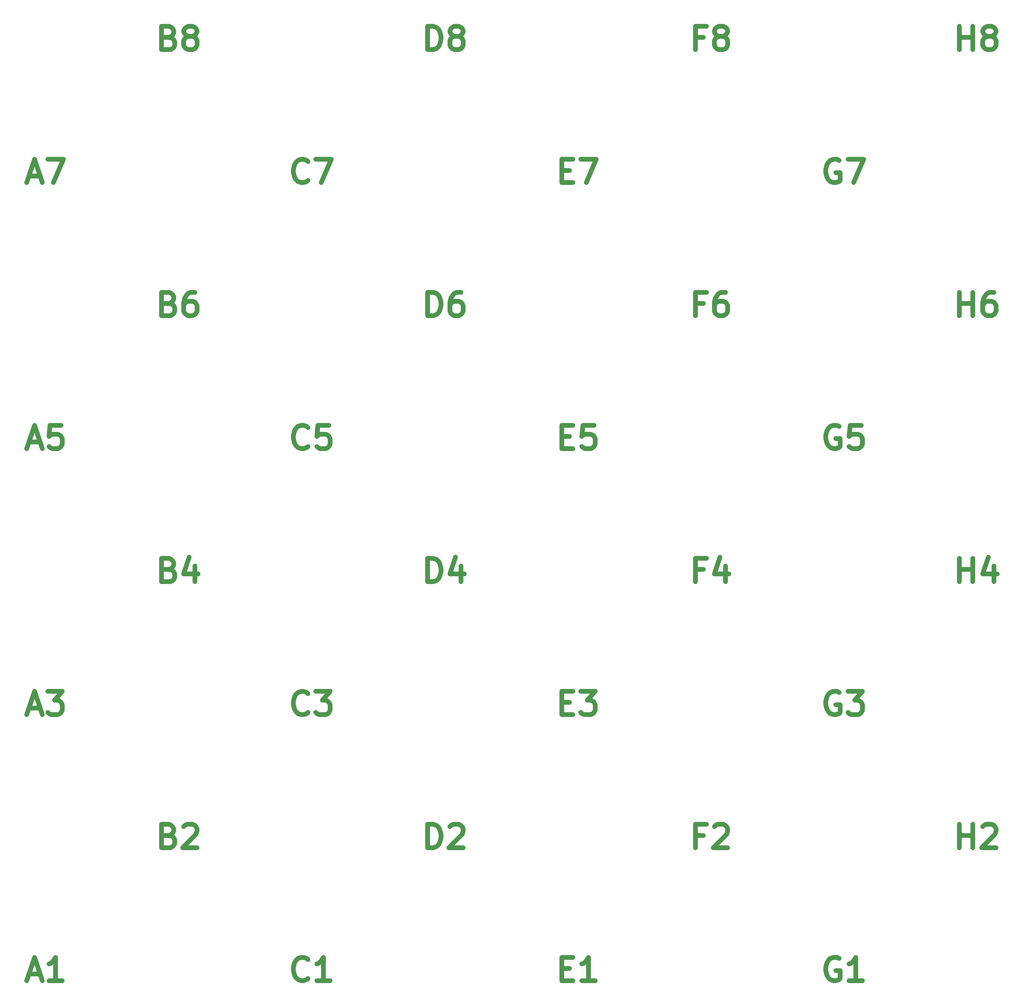
<source format=gbr>
%TF.GenerationSoftware,KiCad,Pcbnew,9.0.4*%
%TF.CreationDate,2025-09-19T10:35:46-04:00*%
%TF.ProjectId,tf_chess,74665f63-6865-4737-932e-6b696361645f,rev?*%
%TF.SameCoordinates,Original*%
%TF.FileFunction,Legend,Top*%
%TF.FilePolarity,Positive*%
%FSLAX46Y46*%
G04 Gerber Fmt 4.6, Leading zero omitted, Abs format (unit mm)*
G04 Created by KiCad (PCBNEW 9.0.4) date 2025-09-19 10:35:46*
%MOMM*%
%LPD*%
G01*
G04 APERTURE LIST*
%ADD10C,2.000000*%
G04 APERTURE END LIST*
D10*
X126119047Y-176522190D02*
X126119047Y-166522190D01*
X126119047Y-166522190D02*
X128499999Y-166522190D01*
X128499999Y-166522190D02*
X129928571Y-166998380D01*
X129928571Y-166998380D02*
X130880952Y-167950761D01*
X130880952Y-167950761D02*
X131357142Y-168903142D01*
X131357142Y-168903142D02*
X131833333Y-170807904D01*
X131833333Y-170807904D02*
X131833333Y-172236476D01*
X131833333Y-172236476D02*
X131357142Y-174141238D01*
X131357142Y-174141238D02*
X130880952Y-175093619D01*
X130880952Y-175093619D02*
X129928571Y-176046000D01*
X129928571Y-176046000D02*
X128499999Y-176522190D01*
X128499999Y-176522190D02*
X126119047Y-176522190D01*
X140404761Y-169855523D02*
X140404761Y-176522190D01*
X138023809Y-166046000D02*
X135642856Y-173188857D01*
X135642856Y-173188857D02*
X141833333Y-173188857D01*
X-44642857Y-116665047D02*
X-39880952Y-116665047D01*
X-45595238Y-119522190D02*
X-42261904Y-109522190D01*
X-42261904Y-109522190D02*
X-38928571Y-119522190D01*
X-30833332Y-109522190D02*
X-35595237Y-109522190D01*
X-35595237Y-109522190D02*
X-36071428Y-114284095D01*
X-36071428Y-114284095D02*
X-35595237Y-113807904D01*
X-35595237Y-113807904D02*
X-34642856Y-113331714D01*
X-34642856Y-113331714D02*
X-32261904Y-113331714D01*
X-32261904Y-113331714D02*
X-31309523Y-113807904D01*
X-31309523Y-113807904D02*
X-30833332Y-114284095D01*
X-30833332Y-114284095D02*
X-30357142Y-115236476D01*
X-30357142Y-115236476D02*
X-30357142Y-117617428D01*
X-30357142Y-117617428D02*
X-30833332Y-118569809D01*
X-30833332Y-118569809D02*
X-31309523Y-119046000D01*
X-31309523Y-119046000D02*
X-32261904Y-119522190D01*
X-32261904Y-119522190D02*
X-34642856Y-119522190D01*
X-34642856Y-119522190D02*
X-35595237Y-119046000D01*
X-35595237Y-119046000D02*
X-36071428Y-118569809D01*
X302357142Y4001619D02*
X301404761Y4477809D01*
X301404761Y4477809D02*
X299976190Y4477809D01*
X299976190Y4477809D02*
X298547618Y4001619D01*
X298547618Y4001619D02*
X297595237Y3049238D01*
X297595237Y3049238D02*
X297119047Y2096857D01*
X297119047Y2096857D02*
X296642856Y192095D01*
X296642856Y192095D02*
X296642856Y-1236476D01*
X296642856Y-1236476D02*
X297119047Y-3141238D01*
X297119047Y-3141238D02*
X297595237Y-4093619D01*
X297595237Y-4093619D02*
X298547618Y-5046000D01*
X298547618Y-5046000D02*
X299976190Y-5522190D01*
X299976190Y-5522190D02*
X300928571Y-5522190D01*
X300928571Y-5522190D02*
X302357142Y-5046000D01*
X302357142Y-5046000D02*
X302833333Y-4569809D01*
X302833333Y-4569809D02*
X302833333Y-1236476D01*
X302833333Y-1236476D02*
X300928571Y-1236476D01*
X306166666Y4477809D02*
X312833333Y4477809D01*
X312833333Y4477809D02*
X308547618Y-5522190D01*
X126119047Y-290522190D02*
X126119047Y-280522190D01*
X126119047Y-280522190D02*
X128499999Y-280522190D01*
X128499999Y-280522190D02*
X129928571Y-280998380D01*
X129928571Y-280998380D02*
X130880952Y-281950761D01*
X130880952Y-281950761D02*
X131357142Y-282903142D01*
X131357142Y-282903142D02*
X131833333Y-284807904D01*
X131833333Y-284807904D02*
X131833333Y-286236476D01*
X131833333Y-286236476D02*
X131357142Y-288141238D01*
X131357142Y-288141238D02*
X130880952Y-289093619D01*
X130880952Y-289093619D02*
X129928571Y-290046000D01*
X129928571Y-290046000D02*
X128499999Y-290522190D01*
X128499999Y-290522190D02*
X126119047Y-290522190D01*
X135642856Y-281474571D02*
X136119047Y-280998380D01*
X136119047Y-280998380D02*
X137071428Y-280522190D01*
X137071428Y-280522190D02*
X139452380Y-280522190D01*
X139452380Y-280522190D02*
X140404761Y-280998380D01*
X140404761Y-280998380D02*
X140880952Y-281474571D01*
X140880952Y-281474571D02*
X141357142Y-282426952D01*
X141357142Y-282426952D02*
X141357142Y-283379333D01*
X141357142Y-283379333D02*
X140880952Y-284807904D01*
X140880952Y-284807904D02*
X135166666Y-290522190D01*
X135166666Y-290522190D02*
X141357142Y-290522190D01*
X244166666Y-171284095D02*
X240833333Y-171284095D01*
X240833333Y-176522190D02*
X240833333Y-166522190D01*
X240833333Y-166522190D02*
X245595238Y-166522190D01*
X253690476Y-169855523D02*
X253690476Y-176522190D01*
X251309524Y-166046000D02*
X248928571Y-173188857D01*
X248928571Y-173188857D02*
X255119048Y-173188857D01*
X-44642857Y-344665047D02*
X-39880952Y-344665047D01*
X-45595238Y-347522190D02*
X-42261904Y-337522190D01*
X-42261904Y-337522190D02*
X-38928571Y-347522190D01*
X-30357142Y-347522190D02*
X-36071428Y-347522190D01*
X-33214285Y-347522190D02*
X-33214285Y-337522190D01*
X-33214285Y-337522190D02*
X-34166666Y-338950761D01*
X-34166666Y-338950761D02*
X-35119047Y-339903142D01*
X-35119047Y-339903142D02*
X-36071428Y-340379333D01*
X74833333Y-4569809D02*
X74357142Y-5046000D01*
X74357142Y-5046000D02*
X72928571Y-5522190D01*
X72928571Y-5522190D02*
X71976190Y-5522190D01*
X71976190Y-5522190D02*
X70547618Y-5046000D01*
X70547618Y-5046000D02*
X69595237Y-4093619D01*
X69595237Y-4093619D02*
X69119047Y-3141238D01*
X69119047Y-3141238D02*
X68642856Y-1236476D01*
X68642856Y-1236476D02*
X68642856Y192095D01*
X68642856Y192095D02*
X69119047Y2096857D01*
X69119047Y2096857D02*
X69595237Y3049238D01*
X69595237Y3049238D02*
X70547618Y4001619D01*
X70547618Y4001619D02*
X71976190Y4477809D01*
X71976190Y4477809D02*
X72928571Y4477809D01*
X72928571Y4477809D02*
X74357142Y4001619D01*
X74357142Y4001619D02*
X74833333Y3525428D01*
X78166666Y4477809D02*
X84833333Y4477809D01*
X84833333Y4477809D02*
X80547618Y-5522190D01*
X302357142Y-337998380D02*
X301404761Y-337522190D01*
X301404761Y-337522190D02*
X299976190Y-337522190D01*
X299976190Y-337522190D02*
X298547618Y-337998380D01*
X298547618Y-337998380D02*
X297595237Y-338950761D01*
X297595237Y-338950761D02*
X297119047Y-339903142D01*
X297119047Y-339903142D02*
X296642856Y-341807904D01*
X296642856Y-341807904D02*
X296642856Y-343236476D01*
X296642856Y-343236476D02*
X297119047Y-345141238D01*
X297119047Y-345141238D02*
X297595237Y-346093619D01*
X297595237Y-346093619D02*
X298547618Y-347046000D01*
X298547618Y-347046000D02*
X299976190Y-347522190D01*
X299976190Y-347522190D02*
X300928571Y-347522190D01*
X300928571Y-347522190D02*
X302357142Y-347046000D01*
X302357142Y-347046000D02*
X302833333Y-346569809D01*
X302833333Y-346569809D02*
X302833333Y-343236476D01*
X302833333Y-343236476D02*
X300928571Y-343236476D01*
X312357142Y-347522190D02*
X306642856Y-347522190D01*
X309499999Y-347522190D02*
X309499999Y-337522190D01*
X309499999Y-337522190D02*
X308547618Y-338950761D01*
X308547618Y-338950761D02*
X307595237Y-339903142D01*
X307595237Y-339903142D02*
X306642856Y-340379333D01*
X74833333Y-232569809D02*
X74357142Y-233046000D01*
X74357142Y-233046000D02*
X72928571Y-233522190D01*
X72928571Y-233522190D02*
X71976190Y-233522190D01*
X71976190Y-233522190D02*
X70547618Y-233046000D01*
X70547618Y-233046000D02*
X69595237Y-232093619D01*
X69595237Y-232093619D02*
X69119047Y-231141238D01*
X69119047Y-231141238D02*
X68642856Y-229236476D01*
X68642856Y-229236476D02*
X68642856Y-227807904D01*
X68642856Y-227807904D02*
X69119047Y-225903142D01*
X69119047Y-225903142D02*
X69595237Y-224950761D01*
X69595237Y-224950761D02*
X70547618Y-223998380D01*
X70547618Y-223998380D02*
X71976190Y-223522190D01*
X71976190Y-223522190D02*
X72928571Y-223522190D01*
X72928571Y-223522190D02*
X74357142Y-223998380D01*
X74357142Y-223998380D02*
X74833333Y-224474571D01*
X78166666Y-223522190D02*
X84357142Y-223522190D01*
X84357142Y-223522190D02*
X81023809Y-227331714D01*
X81023809Y-227331714D02*
X82452380Y-227331714D01*
X82452380Y-227331714D02*
X83404761Y-227807904D01*
X83404761Y-227807904D02*
X83880952Y-228284095D01*
X83880952Y-228284095D02*
X84357142Y-229236476D01*
X84357142Y-229236476D02*
X84357142Y-231617428D01*
X84357142Y-231617428D02*
X83880952Y-232569809D01*
X83880952Y-232569809D02*
X83404761Y-233046000D01*
X83404761Y-233046000D02*
X82452380Y-233522190D01*
X82452380Y-233522190D02*
X79595237Y-233522190D01*
X79595237Y-233522190D02*
X78642856Y-233046000D01*
X78642856Y-233046000D02*
X78166666Y-232569809D01*
X74833333Y-346569809D02*
X74357142Y-347046000D01*
X74357142Y-347046000D02*
X72928571Y-347522190D01*
X72928571Y-347522190D02*
X71976190Y-347522190D01*
X71976190Y-347522190D02*
X70547618Y-347046000D01*
X70547618Y-347046000D02*
X69595237Y-346093619D01*
X69595237Y-346093619D02*
X69119047Y-345141238D01*
X69119047Y-345141238D02*
X68642856Y-343236476D01*
X68642856Y-343236476D02*
X68642856Y-341807904D01*
X68642856Y-341807904D02*
X69119047Y-339903142D01*
X69119047Y-339903142D02*
X69595237Y-338950761D01*
X69595237Y-338950761D02*
X70547618Y-337998380D01*
X70547618Y-337998380D02*
X71976190Y-337522190D01*
X71976190Y-337522190D02*
X72928571Y-337522190D01*
X72928571Y-337522190D02*
X74357142Y-337998380D01*
X74357142Y-337998380D02*
X74833333Y-338474571D01*
X84357142Y-347522190D02*
X78642856Y-347522190D01*
X81499999Y-347522190D02*
X81499999Y-337522190D01*
X81499999Y-337522190D02*
X80547618Y-338950761D01*
X80547618Y-338950761D02*
X79595237Y-339903142D01*
X79595237Y-339903142D02*
X78642856Y-340379333D01*
X15452380Y-171284095D02*
X16880952Y-171760285D01*
X16880952Y-171760285D02*
X17357142Y-172236476D01*
X17357142Y-172236476D02*
X17833333Y-173188857D01*
X17833333Y-173188857D02*
X17833333Y-174617428D01*
X17833333Y-174617428D02*
X17357142Y-175569809D01*
X17357142Y-175569809D02*
X16880952Y-176046000D01*
X16880952Y-176046000D02*
X15928571Y-176522190D01*
X15928571Y-176522190D02*
X12119047Y-176522190D01*
X12119047Y-176522190D02*
X12119047Y-166522190D01*
X12119047Y-166522190D02*
X15452380Y-166522190D01*
X15452380Y-166522190D02*
X16404761Y-166998380D01*
X16404761Y-166998380D02*
X16880952Y-167474571D01*
X16880952Y-167474571D02*
X17357142Y-168426952D01*
X17357142Y-168426952D02*
X17357142Y-169379333D01*
X17357142Y-169379333D02*
X16880952Y-170331714D01*
X16880952Y-170331714D02*
X16404761Y-170807904D01*
X16404761Y-170807904D02*
X15452380Y-171284095D01*
X15452380Y-171284095D02*
X12119047Y-171284095D01*
X26404761Y-169855523D02*
X26404761Y-176522190D01*
X24023809Y-166046000D02*
X21642856Y-173188857D01*
X21642856Y-173188857D02*
X27833333Y-173188857D01*
X183595238Y-284095D02*
X186928571Y-284095D01*
X188357143Y-5522190D02*
X183595238Y-5522190D01*
X183595238Y-5522190D02*
X183595238Y4477809D01*
X183595238Y4477809D02*
X188357143Y4477809D01*
X191690476Y4477809D02*
X198357143Y4477809D01*
X198357143Y4477809D02*
X194071428Y-5522190D01*
X-44642857Y-2665047D02*
X-39880952Y-2665047D01*
X-45595238Y-5522190D02*
X-42261904Y4477809D01*
X-42261904Y4477809D02*
X-38928571Y-5522190D01*
X-36547618Y4477809D02*
X-29880951Y4477809D01*
X-29880951Y4477809D02*
X-34166666Y-5522190D01*
X126119047Y51477809D02*
X126119047Y61477809D01*
X126119047Y61477809D02*
X128499999Y61477809D01*
X128499999Y61477809D02*
X129928571Y61001619D01*
X129928571Y61001619D02*
X130880952Y60049238D01*
X130880952Y60049238D02*
X131357142Y59096857D01*
X131357142Y59096857D02*
X131833333Y57192095D01*
X131833333Y57192095D02*
X131833333Y55763523D01*
X131833333Y55763523D02*
X131357142Y53858761D01*
X131357142Y53858761D02*
X130880952Y52906380D01*
X130880952Y52906380D02*
X129928571Y51954000D01*
X129928571Y51954000D02*
X128499999Y51477809D01*
X128499999Y51477809D02*
X126119047Y51477809D01*
X137547618Y57192095D02*
X136595237Y57668285D01*
X136595237Y57668285D02*
X136119047Y58144476D01*
X136119047Y58144476D02*
X135642856Y59096857D01*
X135642856Y59096857D02*
X135642856Y59573047D01*
X135642856Y59573047D02*
X136119047Y60525428D01*
X136119047Y60525428D02*
X136595237Y61001619D01*
X136595237Y61001619D02*
X137547618Y61477809D01*
X137547618Y61477809D02*
X139452380Y61477809D01*
X139452380Y61477809D02*
X140404761Y61001619D01*
X140404761Y61001619D02*
X140880952Y60525428D01*
X140880952Y60525428D02*
X141357142Y59573047D01*
X141357142Y59573047D02*
X141357142Y59096857D01*
X141357142Y59096857D02*
X140880952Y58144476D01*
X140880952Y58144476D02*
X140404761Y57668285D01*
X140404761Y57668285D02*
X139452380Y57192095D01*
X139452380Y57192095D02*
X137547618Y57192095D01*
X137547618Y57192095D02*
X136595237Y56715904D01*
X136595237Y56715904D02*
X136119047Y56239714D01*
X136119047Y56239714D02*
X135642856Y55287333D01*
X135642856Y55287333D02*
X135642856Y53382571D01*
X135642856Y53382571D02*
X136119047Y52430190D01*
X136119047Y52430190D02*
X136595237Y51954000D01*
X136595237Y51954000D02*
X137547618Y51477809D01*
X137547618Y51477809D02*
X139452380Y51477809D01*
X139452380Y51477809D02*
X140404761Y51954000D01*
X140404761Y51954000D02*
X140880952Y52430190D01*
X140880952Y52430190D02*
X141357142Y53382571D01*
X141357142Y53382571D02*
X141357142Y55287333D01*
X141357142Y55287333D02*
X140880952Y56239714D01*
X140880952Y56239714D02*
X140404761Y56715904D01*
X140404761Y56715904D02*
X139452380Y57192095D01*
X15452380Y-57284095D02*
X16880952Y-57760285D01*
X16880952Y-57760285D02*
X17357142Y-58236476D01*
X17357142Y-58236476D02*
X17833333Y-59188857D01*
X17833333Y-59188857D02*
X17833333Y-60617428D01*
X17833333Y-60617428D02*
X17357142Y-61569809D01*
X17357142Y-61569809D02*
X16880952Y-62046000D01*
X16880952Y-62046000D02*
X15928571Y-62522190D01*
X15928571Y-62522190D02*
X12119047Y-62522190D01*
X12119047Y-62522190D02*
X12119047Y-52522190D01*
X12119047Y-52522190D02*
X15452380Y-52522190D01*
X15452380Y-52522190D02*
X16404761Y-52998380D01*
X16404761Y-52998380D02*
X16880952Y-53474571D01*
X16880952Y-53474571D02*
X17357142Y-54426952D01*
X17357142Y-54426952D02*
X17357142Y-55379333D01*
X17357142Y-55379333D02*
X16880952Y-56331714D01*
X16880952Y-56331714D02*
X16404761Y-56807904D01*
X16404761Y-56807904D02*
X15452380Y-57284095D01*
X15452380Y-57284095D02*
X12119047Y-57284095D01*
X26404761Y-52522190D02*
X24499999Y-52522190D01*
X24499999Y-52522190D02*
X23547618Y-52998380D01*
X23547618Y-52998380D02*
X23071428Y-53474571D01*
X23071428Y-53474571D02*
X22119047Y-54903142D01*
X22119047Y-54903142D02*
X21642856Y-56807904D01*
X21642856Y-56807904D02*
X21642856Y-60617428D01*
X21642856Y-60617428D02*
X22119047Y-61569809D01*
X22119047Y-61569809D02*
X22595237Y-62046000D01*
X22595237Y-62046000D02*
X23547618Y-62522190D01*
X23547618Y-62522190D02*
X25452380Y-62522190D01*
X25452380Y-62522190D02*
X26404761Y-62046000D01*
X26404761Y-62046000D02*
X26880952Y-61569809D01*
X26880952Y-61569809D02*
X27357142Y-60617428D01*
X27357142Y-60617428D02*
X27357142Y-58236476D01*
X27357142Y-58236476D02*
X26880952Y-57284095D01*
X26880952Y-57284095D02*
X26404761Y-56807904D01*
X26404761Y-56807904D02*
X25452380Y-56331714D01*
X25452380Y-56331714D02*
X23547618Y-56331714D01*
X23547618Y-56331714D02*
X22595237Y-56807904D01*
X22595237Y-56807904D02*
X22119047Y-57284095D01*
X22119047Y-57284095D02*
X21642856Y-58236476D01*
X302357142Y-109998380D02*
X301404761Y-109522190D01*
X301404761Y-109522190D02*
X299976190Y-109522190D01*
X299976190Y-109522190D02*
X298547618Y-109998380D01*
X298547618Y-109998380D02*
X297595237Y-110950761D01*
X297595237Y-110950761D02*
X297119047Y-111903142D01*
X297119047Y-111903142D02*
X296642856Y-113807904D01*
X296642856Y-113807904D02*
X296642856Y-115236476D01*
X296642856Y-115236476D02*
X297119047Y-117141238D01*
X297119047Y-117141238D02*
X297595237Y-118093619D01*
X297595237Y-118093619D02*
X298547618Y-119046000D01*
X298547618Y-119046000D02*
X299976190Y-119522190D01*
X299976190Y-119522190D02*
X300928571Y-119522190D01*
X300928571Y-119522190D02*
X302357142Y-119046000D01*
X302357142Y-119046000D02*
X302833333Y-118569809D01*
X302833333Y-118569809D02*
X302833333Y-115236476D01*
X302833333Y-115236476D02*
X300928571Y-115236476D01*
X311880952Y-109522190D02*
X307119047Y-109522190D01*
X307119047Y-109522190D02*
X306642856Y-114284095D01*
X306642856Y-114284095D02*
X307119047Y-113807904D01*
X307119047Y-113807904D02*
X308071428Y-113331714D01*
X308071428Y-113331714D02*
X310452380Y-113331714D01*
X310452380Y-113331714D02*
X311404761Y-113807904D01*
X311404761Y-113807904D02*
X311880952Y-114284095D01*
X311880952Y-114284095D02*
X312357142Y-115236476D01*
X312357142Y-115236476D02*
X312357142Y-117617428D01*
X312357142Y-117617428D02*
X311880952Y-118569809D01*
X311880952Y-118569809D02*
X311404761Y-119046000D01*
X311404761Y-119046000D02*
X310452380Y-119522190D01*
X310452380Y-119522190D02*
X308071428Y-119522190D01*
X308071428Y-119522190D02*
X307119047Y-119046000D01*
X307119047Y-119046000D02*
X306642856Y-118569809D01*
X244166666Y-285284095D02*
X240833333Y-285284095D01*
X240833333Y-290522190D02*
X240833333Y-280522190D01*
X240833333Y-280522190D02*
X245595238Y-280522190D01*
X248928571Y-281474571D02*
X249404762Y-280998380D01*
X249404762Y-280998380D02*
X250357143Y-280522190D01*
X250357143Y-280522190D02*
X252738095Y-280522190D01*
X252738095Y-280522190D02*
X253690476Y-280998380D01*
X253690476Y-280998380D02*
X254166667Y-281474571D01*
X254166667Y-281474571D02*
X254642857Y-282426952D01*
X254642857Y-282426952D02*
X254642857Y-283379333D01*
X254642857Y-283379333D02*
X254166667Y-284807904D01*
X254166667Y-284807904D02*
X248452381Y-290522190D01*
X248452381Y-290522190D02*
X254642857Y-290522190D01*
X183595238Y-342284095D02*
X186928571Y-342284095D01*
X188357143Y-347522190D02*
X183595238Y-347522190D01*
X183595238Y-347522190D02*
X183595238Y-337522190D01*
X183595238Y-337522190D02*
X188357143Y-337522190D01*
X197880952Y-347522190D02*
X192166666Y-347522190D01*
X195023809Y-347522190D02*
X195023809Y-337522190D01*
X195023809Y-337522190D02*
X194071428Y-338950761D01*
X194071428Y-338950761D02*
X193119047Y-339903142D01*
X193119047Y-339903142D02*
X192166666Y-340379333D01*
X15452380Y-285284095D02*
X16880952Y-285760285D01*
X16880952Y-285760285D02*
X17357142Y-286236476D01*
X17357142Y-286236476D02*
X17833333Y-287188857D01*
X17833333Y-287188857D02*
X17833333Y-288617428D01*
X17833333Y-288617428D02*
X17357142Y-289569809D01*
X17357142Y-289569809D02*
X16880952Y-290046000D01*
X16880952Y-290046000D02*
X15928571Y-290522190D01*
X15928571Y-290522190D02*
X12119047Y-290522190D01*
X12119047Y-290522190D02*
X12119047Y-280522190D01*
X12119047Y-280522190D02*
X15452380Y-280522190D01*
X15452380Y-280522190D02*
X16404761Y-280998380D01*
X16404761Y-280998380D02*
X16880952Y-281474571D01*
X16880952Y-281474571D02*
X17357142Y-282426952D01*
X17357142Y-282426952D02*
X17357142Y-283379333D01*
X17357142Y-283379333D02*
X16880952Y-284331714D01*
X16880952Y-284331714D02*
X16404761Y-284807904D01*
X16404761Y-284807904D02*
X15452380Y-285284095D01*
X15452380Y-285284095D02*
X12119047Y-285284095D01*
X21642856Y-281474571D02*
X22119047Y-280998380D01*
X22119047Y-280998380D02*
X23071428Y-280522190D01*
X23071428Y-280522190D02*
X25452380Y-280522190D01*
X25452380Y-280522190D02*
X26404761Y-280998380D01*
X26404761Y-280998380D02*
X26880952Y-281474571D01*
X26880952Y-281474571D02*
X27357142Y-282426952D01*
X27357142Y-282426952D02*
X27357142Y-283379333D01*
X27357142Y-283379333D02*
X26880952Y-284807904D01*
X26880952Y-284807904D02*
X21166666Y-290522190D01*
X21166666Y-290522190D02*
X27357142Y-290522190D01*
X353880952Y-290522190D02*
X353880952Y-280522190D01*
X353880952Y-285284095D02*
X359595238Y-285284095D01*
X359595238Y-290522190D02*
X359595238Y-280522190D01*
X363880951Y-281474571D02*
X364357142Y-280998380D01*
X364357142Y-280998380D02*
X365309523Y-280522190D01*
X365309523Y-280522190D02*
X367690475Y-280522190D01*
X367690475Y-280522190D02*
X368642856Y-280998380D01*
X368642856Y-280998380D02*
X369119047Y-281474571D01*
X369119047Y-281474571D02*
X369595237Y-282426952D01*
X369595237Y-282426952D02*
X369595237Y-283379333D01*
X369595237Y-283379333D02*
X369119047Y-284807904D01*
X369119047Y-284807904D02*
X363404761Y-290522190D01*
X363404761Y-290522190D02*
X369595237Y-290522190D01*
X-44642857Y-230665047D02*
X-39880952Y-230665047D01*
X-45595238Y-233522190D02*
X-42261904Y-223522190D01*
X-42261904Y-223522190D02*
X-38928571Y-233522190D01*
X-36547618Y-223522190D02*
X-30357142Y-223522190D01*
X-30357142Y-223522190D02*
X-33690475Y-227331714D01*
X-33690475Y-227331714D02*
X-32261904Y-227331714D01*
X-32261904Y-227331714D02*
X-31309523Y-227807904D01*
X-31309523Y-227807904D02*
X-30833332Y-228284095D01*
X-30833332Y-228284095D02*
X-30357142Y-229236476D01*
X-30357142Y-229236476D02*
X-30357142Y-231617428D01*
X-30357142Y-231617428D02*
X-30833332Y-232569809D01*
X-30833332Y-232569809D02*
X-31309523Y-233046000D01*
X-31309523Y-233046000D02*
X-32261904Y-233522190D01*
X-32261904Y-233522190D02*
X-35119047Y-233522190D01*
X-35119047Y-233522190D02*
X-36071428Y-233046000D01*
X-36071428Y-233046000D02*
X-36547618Y-232569809D01*
X353880952Y-176522190D02*
X353880952Y-166522190D01*
X353880952Y-171284095D02*
X359595238Y-171284095D01*
X359595238Y-176522190D02*
X359595238Y-166522190D01*
X368642856Y-169855523D02*
X368642856Y-176522190D01*
X366261904Y-166046000D02*
X363880951Y-173188857D01*
X363880951Y-173188857D02*
X370071428Y-173188857D01*
X15452380Y56715904D02*
X16880952Y56239714D01*
X16880952Y56239714D02*
X17357142Y55763523D01*
X17357142Y55763523D02*
X17833333Y54811142D01*
X17833333Y54811142D02*
X17833333Y53382571D01*
X17833333Y53382571D02*
X17357142Y52430190D01*
X17357142Y52430190D02*
X16880952Y51954000D01*
X16880952Y51954000D02*
X15928571Y51477809D01*
X15928571Y51477809D02*
X12119047Y51477809D01*
X12119047Y51477809D02*
X12119047Y61477809D01*
X12119047Y61477809D02*
X15452380Y61477809D01*
X15452380Y61477809D02*
X16404761Y61001619D01*
X16404761Y61001619D02*
X16880952Y60525428D01*
X16880952Y60525428D02*
X17357142Y59573047D01*
X17357142Y59573047D02*
X17357142Y58620666D01*
X17357142Y58620666D02*
X16880952Y57668285D01*
X16880952Y57668285D02*
X16404761Y57192095D01*
X16404761Y57192095D02*
X15452380Y56715904D01*
X15452380Y56715904D02*
X12119047Y56715904D01*
X23547618Y57192095D02*
X22595237Y57668285D01*
X22595237Y57668285D02*
X22119047Y58144476D01*
X22119047Y58144476D02*
X21642856Y59096857D01*
X21642856Y59096857D02*
X21642856Y59573047D01*
X21642856Y59573047D02*
X22119047Y60525428D01*
X22119047Y60525428D02*
X22595237Y61001619D01*
X22595237Y61001619D02*
X23547618Y61477809D01*
X23547618Y61477809D02*
X25452380Y61477809D01*
X25452380Y61477809D02*
X26404761Y61001619D01*
X26404761Y61001619D02*
X26880952Y60525428D01*
X26880952Y60525428D02*
X27357142Y59573047D01*
X27357142Y59573047D02*
X27357142Y59096857D01*
X27357142Y59096857D02*
X26880952Y58144476D01*
X26880952Y58144476D02*
X26404761Y57668285D01*
X26404761Y57668285D02*
X25452380Y57192095D01*
X25452380Y57192095D02*
X23547618Y57192095D01*
X23547618Y57192095D02*
X22595237Y56715904D01*
X22595237Y56715904D02*
X22119047Y56239714D01*
X22119047Y56239714D02*
X21642856Y55287333D01*
X21642856Y55287333D02*
X21642856Y53382571D01*
X21642856Y53382571D02*
X22119047Y52430190D01*
X22119047Y52430190D02*
X22595237Y51954000D01*
X22595237Y51954000D02*
X23547618Y51477809D01*
X23547618Y51477809D02*
X25452380Y51477809D01*
X25452380Y51477809D02*
X26404761Y51954000D01*
X26404761Y51954000D02*
X26880952Y52430190D01*
X26880952Y52430190D02*
X27357142Y53382571D01*
X27357142Y53382571D02*
X27357142Y55287333D01*
X27357142Y55287333D02*
X26880952Y56239714D01*
X26880952Y56239714D02*
X26404761Y56715904D01*
X26404761Y56715904D02*
X25452380Y57192095D01*
X244166666Y-57284095D02*
X240833333Y-57284095D01*
X240833333Y-62522190D02*
X240833333Y-52522190D01*
X240833333Y-52522190D02*
X245595238Y-52522190D01*
X253690476Y-52522190D02*
X251785714Y-52522190D01*
X251785714Y-52522190D02*
X250833333Y-52998380D01*
X250833333Y-52998380D02*
X250357143Y-53474571D01*
X250357143Y-53474571D02*
X249404762Y-54903142D01*
X249404762Y-54903142D02*
X248928571Y-56807904D01*
X248928571Y-56807904D02*
X248928571Y-60617428D01*
X248928571Y-60617428D02*
X249404762Y-61569809D01*
X249404762Y-61569809D02*
X249880952Y-62046000D01*
X249880952Y-62046000D02*
X250833333Y-62522190D01*
X250833333Y-62522190D02*
X252738095Y-62522190D01*
X252738095Y-62522190D02*
X253690476Y-62046000D01*
X253690476Y-62046000D02*
X254166667Y-61569809D01*
X254166667Y-61569809D02*
X254642857Y-60617428D01*
X254642857Y-60617428D02*
X254642857Y-58236476D01*
X254642857Y-58236476D02*
X254166667Y-57284095D01*
X254166667Y-57284095D02*
X253690476Y-56807904D01*
X253690476Y-56807904D02*
X252738095Y-56331714D01*
X252738095Y-56331714D02*
X250833333Y-56331714D01*
X250833333Y-56331714D02*
X249880952Y-56807904D01*
X249880952Y-56807904D02*
X249404762Y-57284095D01*
X249404762Y-57284095D02*
X248928571Y-58236476D01*
X353880952Y51477809D02*
X353880952Y61477809D01*
X353880952Y56715904D02*
X359595238Y56715904D01*
X359595238Y51477809D02*
X359595238Y61477809D01*
X365785713Y57192095D02*
X364833332Y57668285D01*
X364833332Y57668285D02*
X364357142Y58144476D01*
X364357142Y58144476D02*
X363880951Y59096857D01*
X363880951Y59096857D02*
X363880951Y59573047D01*
X363880951Y59573047D02*
X364357142Y60525428D01*
X364357142Y60525428D02*
X364833332Y61001619D01*
X364833332Y61001619D02*
X365785713Y61477809D01*
X365785713Y61477809D02*
X367690475Y61477809D01*
X367690475Y61477809D02*
X368642856Y61001619D01*
X368642856Y61001619D02*
X369119047Y60525428D01*
X369119047Y60525428D02*
X369595237Y59573047D01*
X369595237Y59573047D02*
X369595237Y59096857D01*
X369595237Y59096857D02*
X369119047Y58144476D01*
X369119047Y58144476D02*
X368642856Y57668285D01*
X368642856Y57668285D02*
X367690475Y57192095D01*
X367690475Y57192095D02*
X365785713Y57192095D01*
X365785713Y57192095D02*
X364833332Y56715904D01*
X364833332Y56715904D02*
X364357142Y56239714D01*
X364357142Y56239714D02*
X363880951Y55287333D01*
X363880951Y55287333D02*
X363880951Y53382571D01*
X363880951Y53382571D02*
X364357142Y52430190D01*
X364357142Y52430190D02*
X364833332Y51954000D01*
X364833332Y51954000D02*
X365785713Y51477809D01*
X365785713Y51477809D02*
X367690475Y51477809D01*
X367690475Y51477809D02*
X368642856Y51954000D01*
X368642856Y51954000D02*
X369119047Y52430190D01*
X369119047Y52430190D02*
X369595237Y53382571D01*
X369595237Y53382571D02*
X369595237Y55287333D01*
X369595237Y55287333D02*
X369119047Y56239714D01*
X369119047Y56239714D02*
X368642856Y56715904D01*
X368642856Y56715904D02*
X367690475Y57192095D01*
X126119047Y-62522190D02*
X126119047Y-52522190D01*
X126119047Y-52522190D02*
X128499999Y-52522190D01*
X128499999Y-52522190D02*
X129928571Y-52998380D01*
X129928571Y-52998380D02*
X130880952Y-53950761D01*
X130880952Y-53950761D02*
X131357142Y-54903142D01*
X131357142Y-54903142D02*
X131833333Y-56807904D01*
X131833333Y-56807904D02*
X131833333Y-58236476D01*
X131833333Y-58236476D02*
X131357142Y-60141238D01*
X131357142Y-60141238D02*
X130880952Y-61093619D01*
X130880952Y-61093619D02*
X129928571Y-62046000D01*
X129928571Y-62046000D02*
X128499999Y-62522190D01*
X128499999Y-62522190D02*
X126119047Y-62522190D01*
X140404761Y-52522190D02*
X138499999Y-52522190D01*
X138499999Y-52522190D02*
X137547618Y-52998380D01*
X137547618Y-52998380D02*
X137071428Y-53474571D01*
X137071428Y-53474571D02*
X136119047Y-54903142D01*
X136119047Y-54903142D02*
X135642856Y-56807904D01*
X135642856Y-56807904D02*
X135642856Y-60617428D01*
X135642856Y-60617428D02*
X136119047Y-61569809D01*
X136119047Y-61569809D02*
X136595237Y-62046000D01*
X136595237Y-62046000D02*
X137547618Y-62522190D01*
X137547618Y-62522190D02*
X139452380Y-62522190D01*
X139452380Y-62522190D02*
X140404761Y-62046000D01*
X140404761Y-62046000D02*
X140880952Y-61569809D01*
X140880952Y-61569809D02*
X141357142Y-60617428D01*
X141357142Y-60617428D02*
X141357142Y-58236476D01*
X141357142Y-58236476D02*
X140880952Y-57284095D01*
X140880952Y-57284095D02*
X140404761Y-56807904D01*
X140404761Y-56807904D02*
X139452380Y-56331714D01*
X139452380Y-56331714D02*
X137547618Y-56331714D01*
X137547618Y-56331714D02*
X136595237Y-56807904D01*
X136595237Y-56807904D02*
X136119047Y-57284095D01*
X136119047Y-57284095D02*
X135642856Y-58236476D01*
X74833333Y-118569809D02*
X74357142Y-119046000D01*
X74357142Y-119046000D02*
X72928571Y-119522190D01*
X72928571Y-119522190D02*
X71976190Y-119522190D01*
X71976190Y-119522190D02*
X70547618Y-119046000D01*
X70547618Y-119046000D02*
X69595237Y-118093619D01*
X69595237Y-118093619D02*
X69119047Y-117141238D01*
X69119047Y-117141238D02*
X68642856Y-115236476D01*
X68642856Y-115236476D02*
X68642856Y-113807904D01*
X68642856Y-113807904D02*
X69119047Y-111903142D01*
X69119047Y-111903142D02*
X69595237Y-110950761D01*
X69595237Y-110950761D02*
X70547618Y-109998380D01*
X70547618Y-109998380D02*
X71976190Y-109522190D01*
X71976190Y-109522190D02*
X72928571Y-109522190D01*
X72928571Y-109522190D02*
X74357142Y-109998380D01*
X74357142Y-109998380D02*
X74833333Y-110474571D01*
X83880952Y-109522190D02*
X79119047Y-109522190D01*
X79119047Y-109522190D02*
X78642856Y-114284095D01*
X78642856Y-114284095D02*
X79119047Y-113807904D01*
X79119047Y-113807904D02*
X80071428Y-113331714D01*
X80071428Y-113331714D02*
X82452380Y-113331714D01*
X82452380Y-113331714D02*
X83404761Y-113807904D01*
X83404761Y-113807904D02*
X83880952Y-114284095D01*
X83880952Y-114284095D02*
X84357142Y-115236476D01*
X84357142Y-115236476D02*
X84357142Y-117617428D01*
X84357142Y-117617428D02*
X83880952Y-118569809D01*
X83880952Y-118569809D02*
X83404761Y-119046000D01*
X83404761Y-119046000D02*
X82452380Y-119522190D01*
X82452380Y-119522190D02*
X80071428Y-119522190D01*
X80071428Y-119522190D02*
X79119047Y-119046000D01*
X79119047Y-119046000D02*
X78642856Y-118569809D01*
X183595238Y-228284095D02*
X186928571Y-228284095D01*
X188357143Y-233522190D02*
X183595238Y-233522190D01*
X183595238Y-233522190D02*
X183595238Y-223522190D01*
X183595238Y-223522190D02*
X188357143Y-223522190D01*
X191690476Y-223522190D02*
X197880952Y-223522190D01*
X197880952Y-223522190D02*
X194547619Y-227331714D01*
X194547619Y-227331714D02*
X195976190Y-227331714D01*
X195976190Y-227331714D02*
X196928571Y-227807904D01*
X196928571Y-227807904D02*
X197404762Y-228284095D01*
X197404762Y-228284095D02*
X197880952Y-229236476D01*
X197880952Y-229236476D02*
X197880952Y-231617428D01*
X197880952Y-231617428D02*
X197404762Y-232569809D01*
X197404762Y-232569809D02*
X196928571Y-233046000D01*
X196928571Y-233046000D02*
X195976190Y-233522190D01*
X195976190Y-233522190D02*
X193119047Y-233522190D01*
X193119047Y-233522190D02*
X192166666Y-233046000D01*
X192166666Y-233046000D02*
X191690476Y-232569809D01*
X244166666Y56715904D02*
X240833333Y56715904D01*
X240833333Y51477809D02*
X240833333Y61477809D01*
X240833333Y61477809D02*
X245595238Y61477809D01*
X250833333Y57192095D02*
X249880952Y57668285D01*
X249880952Y57668285D02*
X249404762Y58144476D01*
X249404762Y58144476D02*
X248928571Y59096857D01*
X248928571Y59096857D02*
X248928571Y59573047D01*
X248928571Y59573047D02*
X249404762Y60525428D01*
X249404762Y60525428D02*
X249880952Y61001619D01*
X249880952Y61001619D02*
X250833333Y61477809D01*
X250833333Y61477809D02*
X252738095Y61477809D01*
X252738095Y61477809D02*
X253690476Y61001619D01*
X253690476Y61001619D02*
X254166667Y60525428D01*
X254166667Y60525428D02*
X254642857Y59573047D01*
X254642857Y59573047D02*
X254642857Y59096857D01*
X254642857Y59096857D02*
X254166667Y58144476D01*
X254166667Y58144476D02*
X253690476Y57668285D01*
X253690476Y57668285D02*
X252738095Y57192095D01*
X252738095Y57192095D02*
X250833333Y57192095D01*
X250833333Y57192095D02*
X249880952Y56715904D01*
X249880952Y56715904D02*
X249404762Y56239714D01*
X249404762Y56239714D02*
X248928571Y55287333D01*
X248928571Y55287333D02*
X248928571Y53382571D01*
X248928571Y53382571D02*
X249404762Y52430190D01*
X249404762Y52430190D02*
X249880952Y51954000D01*
X249880952Y51954000D02*
X250833333Y51477809D01*
X250833333Y51477809D02*
X252738095Y51477809D01*
X252738095Y51477809D02*
X253690476Y51954000D01*
X253690476Y51954000D02*
X254166667Y52430190D01*
X254166667Y52430190D02*
X254642857Y53382571D01*
X254642857Y53382571D02*
X254642857Y55287333D01*
X254642857Y55287333D02*
X254166667Y56239714D01*
X254166667Y56239714D02*
X253690476Y56715904D01*
X253690476Y56715904D02*
X252738095Y57192095D01*
X302357142Y-223998380D02*
X301404761Y-223522190D01*
X301404761Y-223522190D02*
X299976190Y-223522190D01*
X299976190Y-223522190D02*
X298547618Y-223998380D01*
X298547618Y-223998380D02*
X297595237Y-224950761D01*
X297595237Y-224950761D02*
X297119047Y-225903142D01*
X297119047Y-225903142D02*
X296642856Y-227807904D01*
X296642856Y-227807904D02*
X296642856Y-229236476D01*
X296642856Y-229236476D02*
X297119047Y-231141238D01*
X297119047Y-231141238D02*
X297595237Y-232093619D01*
X297595237Y-232093619D02*
X298547618Y-233046000D01*
X298547618Y-233046000D02*
X299976190Y-233522190D01*
X299976190Y-233522190D02*
X300928571Y-233522190D01*
X300928571Y-233522190D02*
X302357142Y-233046000D01*
X302357142Y-233046000D02*
X302833333Y-232569809D01*
X302833333Y-232569809D02*
X302833333Y-229236476D01*
X302833333Y-229236476D02*
X300928571Y-229236476D01*
X306166666Y-223522190D02*
X312357142Y-223522190D01*
X312357142Y-223522190D02*
X309023809Y-227331714D01*
X309023809Y-227331714D02*
X310452380Y-227331714D01*
X310452380Y-227331714D02*
X311404761Y-227807904D01*
X311404761Y-227807904D02*
X311880952Y-228284095D01*
X311880952Y-228284095D02*
X312357142Y-229236476D01*
X312357142Y-229236476D02*
X312357142Y-231617428D01*
X312357142Y-231617428D02*
X311880952Y-232569809D01*
X311880952Y-232569809D02*
X311404761Y-233046000D01*
X311404761Y-233046000D02*
X310452380Y-233522190D01*
X310452380Y-233522190D02*
X307595237Y-233522190D01*
X307595237Y-233522190D02*
X306642856Y-233046000D01*
X306642856Y-233046000D02*
X306166666Y-232569809D01*
X353880952Y-62522190D02*
X353880952Y-52522190D01*
X353880952Y-57284095D02*
X359595238Y-57284095D01*
X359595238Y-62522190D02*
X359595238Y-52522190D01*
X368642856Y-52522190D02*
X366738094Y-52522190D01*
X366738094Y-52522190D02*
X365785713Y-52998380D01*
X365785713Y-52998380D02*
X365309523Y-53474571D01*
X365309523Y-53474571D02*
X364357142Y-54903142D01*
X364357142Y-54903142D02*
X363880951Y-56807904D01*
X363880951Y-56807904D02*
X363880951Y-60617428D01*
X363880951Y-60617428D02*
X364357142Y-61569809D01*
X364357142Y-61569809D02*
X364833332Y-62046000D01*
X364833332Y-62046000D02*
X365785713Y-62522190D01*
X365785713Y-62522190D02*
X367690475Y-62522190D01*
X367690475Y-62522190D02*
X368642856Y-62046000D01*
X368642856Y-62046000D02*
X369119047Y-61569809D01*
X369119047Y-61569809D02*
X369595237Y-60617428D01*
X369595237Y-60617428D02*
X369595237Y-58236476D01*
X369595237Y-58236476D02*
X369119047Y-57284095D01*
X369119047Y-57284095D02*
X368642856Y-56807904D01*
X368642856Y-56807904D02*
X367690475Y-56331714D01*
X367690475Y-56331714D02*
X365785713Y-56331714D01*
X365785713Y-56331714D02*
X364833332Y-56807904D01*
X364833332Y-56807904D02*
X364357142Y-57284095D01*
X364357142Y-57284095D02*
X363880951Y-58236476D01*
X183595238Y-114284095D02*
X186928571Y-114284095D01*
X188357143Y-119522190D02*
X183595238Y-119522190D01*
X183595238Y-119522190D02*
X183595238Y-109522190D01*
X183595238Y-109522190D02*
X188357143Y-109522190D01*
X197404762Y-109522190D02*
X192642857Y-109522190D01*
X192642857Y-109522190D02*
X192166666Y-114284095D01*
X192166666Y-114284095D02*
X192642857Y-113807904D01*
X192642857Y-113807904D02*
X193595238Y-113331714D01*
X193595238Y-113331714D02*
X195976190Y-113331714D01*
X195976190Y-113331714D02*
X196928571Y-113807904D01*
X196928571Y-113807904D02*
X197404762Y-114284095D01*
X197404762Y-114284095D02*
X197880952Y-115236476D01*
X197880952Y-115236476D02*
X197880952Y-117617428D01*
X197880952Y-117617428D02*
X197404762Y-118569809D01*
X197404762Y-118569809D02*
X196928571Y-119046000D01*
X196928571Y-119046000D02*
X195976190Y-119522190D01*
X195976190Y-119522190D02*
X193595238Y-119522190D01*
X193595238Y-119522190D02*
X192642857Y-119046000D01*
X192642857Y-119046000D02*
X192166666Y-118569809D01*
M02*

</source>
